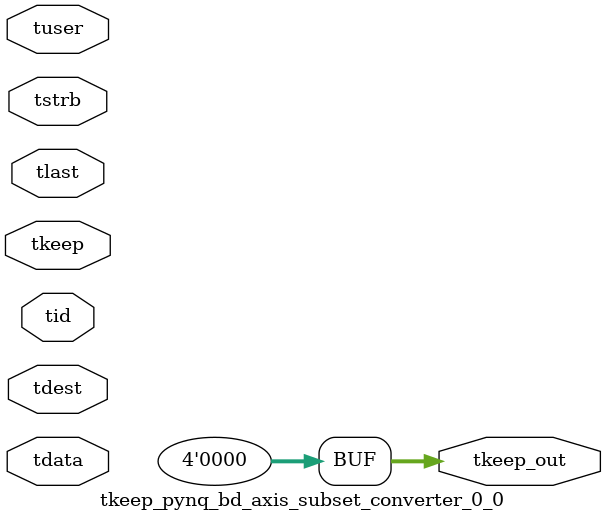
<source format=v>


`timescale 1ps/1ps

module tkeep_pynq_bd_axis_subset_converter_0_0 #
(
parameter C_S_AXIS_TDATA_WIDTH = 32,
parameter C_S_AXIS_TUSER_WIDTH = 0,
parameter C_S_AXIS_TID_WIDTH   = 0,
parameter C_S_AXIS_TDEST_WIDTH = 0,
parameter C_M_AXIS_TDATA_WIDTH = 32
)
(
input  [(C_S_AXIS_TDATA_WIDTH == 0 ? 1 : C_S_AXIS_TDATA_WIDTH)-1:0     ] tdata,
input  [(C_S_AXIS_TUSER_WIDTH == 0 ? 1 : C_S_AXIS_TUSER_WIDTH)-1:0     ] tuser,
input  [(C_S_AXIS_TID_WIDTH   == 0 ? 1 : C_S_AXIS_TID_WIDTH)-1:0       ] tid,
input  [(C_S_AXIS_TDEST_WIDTH == 0 ? 1 : C_S_AXIS_TDEST_WIDTH)-1:0     ] tdest,
input  [(C_S_AXIS_TDATA_WIDTH/8)-1:0 ] tkeep,
input  [(C_S_AXIS_TDATA_WIDTH/8)-1:0 ] tstrb,
input                                                                    tlast,
output [(C_M_AXIS_TDATA_WIDTH/8)-1:0 ] tkeep_out
);

assign tkeep_out = {1'b0};

endmodule


</source>
